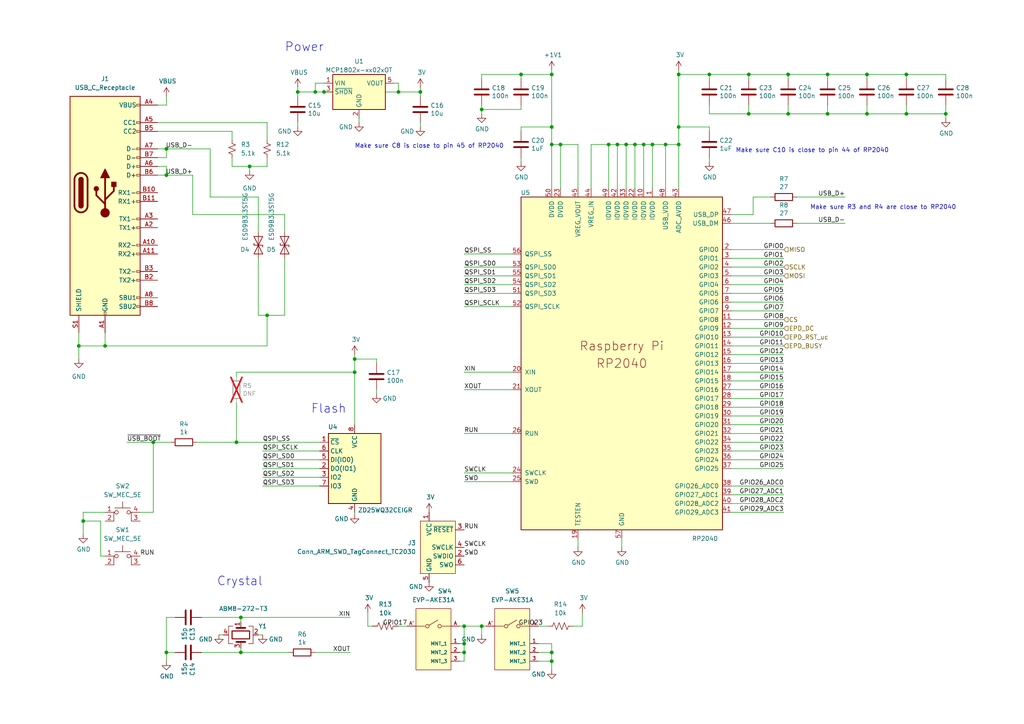
<source format=kicad_sch>
(kicad_sch (version 20231120) (generator "eeschema") (generator_version "8.0")
  (paper "A4")
  (lib_symbols
    (symbol "Brammmm:EVP-AKE31A" (pin_names (offset 1.016))
      (property "Reference" "SW" (at 0 7.62 0))
      (property "Value" "EVP-AKE31A" (at 0 10.16 0))
      (symbol "EVP-AKE31A_1_1"
        (pin passive line (at 17.78 -5.08 180) (length 2.54) (name "MNT_1") (number "1"))
        (pin passive line (at 17.78 -7.62 180) (length 2.54) (name "MNT_2") (number "2"))
        (pin passive line (at 17.78 -10.16 180) (length 2.54) (name "MNT_3") (number "3"))
        (pin passive line (at 17.78 0 180) (length 2.54) (name "A") (number "A"))
        (pin passive line (at 2.54 0 0) (length 2.54) (name "A'") (number "A'"))
      )
    )
    (symbol "Connector:Conn_ARM_SWD_TagConnect_TC2030" (in_bom no)
      (property "Reference" "J" (at 2.54 11.43 0))
      (property "Value" "Conn_ARM_SWD_TagConnect_TC2030" (at 5.08 8.89 0))
      (symbol "Conn_ARM_SWD_TagConnect_TC2030_0_0"
        (pin power_in line (at -2.54 10.16 270) (length 2.54) (name "VCC") (number "1"))
        (pin bidirectional line (at 7.62 -2.54 180) (length 2.54) (name "SWDIO") (number "2"))
        (pin open_collector line (at 7.62 5.08 180) (length 2.54) (name "~{RESET}") (number "3"))
        (pin output line (at 7.62 0 180) (length 2.54) (name "SWCLK") (number "4"))
        (pin power_in line (at -2.54 -10.16 90) (length 2.54) (name "GND") (number "5"))
        (pin input line (at 7.62 -5.08 180) (length 2.54) (name "SWO") (number "6"))
      )
    )
    (symbol "Connector:USB_C_Receptacle" (pin_names (offset 1.016))
      (property "Reference" "J" (at -10.16 29.21 0))
      (property "Value" "USB_C_Receptacle" (at 10.16 29.21 0))
      (symbol "USB_C_Receptacle_1_1"
        (pin passive line (at 0 -40.64 90) (length 5.08) (name "GND") (number "A1"))
        (pin bidirectional line (at 15.24 -15.24 180) (length 5.08) (name "RX2-") (number "A10"))
        (pin bidirectional line (at 15.24 -17.78 180) (length 5.08) (name "RX2+") (number "A11"))
        (pin passive line (at 0 -40.64 90) (length 5.08) hide (name "GND") (number "A12"))
        (pin bidirectional line (at 15.24 -10.16 180) (length 5.08) (name "TX1+") (number "A2"))
        (pin bidirectional line (at 15.24 -7.62 180) (length 5.08) (name "TX1-") (number "A3"))
        (pin passive line (at 15.24 25.4 180) (length 5.08) (name "VBUS") (number "A4"))
        (pin bidirectional line (at 15.24 20.32 180) (length 5.08) (name "CC1") (number "A5"))
        (pin bidirectional line (at 15.24 7.62 180) (length 5.08) (name "D+") (number "A6"))
        (pin bidirectional line (at 15.24 12.7 180) (length 5.08) (name "D-") (number "A7"))
        (pin bidirectional line (at 15.24 -30.48 180) (length 5.08) (name "SBU1") (number "A8"))
        (pin passive line (at 15.24 25.4 180) (length 5.08) hide (name "VBUS") (number "A9"))
        (pin passive line (at 0 -40.64 90) (length 5.08) hide (name "GND") (number "B1"))
        (pin bidirectional line (at 15.24 0 180) (length 5.08) (name "RX1-") (number "B10"))
        (pin bidirectional line (at 15.24 -2.54 180) (length 5.08) (name "RX1+") (number "B11"))
        (pin passive line (at 0 -40.64 90) (length 5.08) hide (name "GND") (number "B12"))
        (pin bidirectional line (at 15.24 -25.4 180) (length 5.08) (name "TX2+") (number "B2"))
        (pin bidirectional line (at 15.24 -22.86 180) (length 5.08) (name "TX2-") (number "B3"))
        (pin passive line (at 15.24 25.4 180) (length 5.08) hide (name "VBUS") (number "B4"))
        (pin bidirectional line (at 15.24 17.78 180) (length 5.08) (name "CC2") (number "B5"))
        (pin bidirectional line (at 15.24 5.08 180) (length 5.08) (name "D+") (number "B6"))
        (pin bidirectional line (at 15.24 10.16 180) (length 5.08) (name "D-") (number "B7"))
        (pin bidirectional line (at 15.24 -33.02 180) (length 5.08) (name "SBU2") (number "B8"))
        (pin passive line (at 15.24 25.4 180) (length 5.08) hide (name "VBUS") (number "B9"))
        (pin passive line (at -7.62 -40.64 90) (length 5.08) (name "SHIELD") (number "S1"))
      )
    )
    (symbol "Device:C" (pin_numbers hide) (pin_names (offset 0.254))
      (property "Reference" "C" (at 0.635 2.54 0))
      (property "Value" "C" (at 0.635 -2.54 0))
      (symbol "C_1_1"
        (pin passive line (at 0 3.81 270) (length 2.794) (name "~") (number "1"))
        (pin passive line (at 0 -3.81 90) (length 2.794) (name "~") (number "2"))
      )
    )
    (symbol "Device:Crystal_GND24" (pin_names (offset 1.016) hide)
      (property "Reference" "Y" (at 3.175 5.08 0))
      (property "Value" "Crystal_GND24" (at 3.175 3.175 0))
      (symbol "Crystal_GND24_1_1"
        (pin passive line (at -3.81 0 0) (length 1.27) (name "1") (number "1"))
        (pin passive line (at 0 5.08 270) (length 1.27) (name "2") (number "2"))
        (pin passive line (at 3.81 0 180) (length 1.27) (name "3") (number "3"))
        (pin passive line (at 0 -5.08 90) (length 1.27) (name "4") (number "4"))
      )
    )
    (symbol "Device:R" (pin_numbers hide) (pin_names (offset 0))
      (property "Reference" "R" (at 2.032 0 90))
      (property "Value" "R" (at 0 0 90))
      (symbol "R_1_1"
        (pin passive line (at 0 3.81 270) (length 1.27) (name "~") (number "1"))
        (pin passive line (at 0 -3.81 90) (length 1.27) (name "~") (number "2"))
      )
    )
    (symbol "Device:R_Small_US" (pin_numbers hide) (pin_names (offset 0.254) hide)
      (property "Reference" "R" (at 0.762 0.508 0))
      (property "Value" "R_Small_US" (at 0.762 -1.016 0))
      (symbol "R_Small_US_1_1"
        (pin passive line (at 0 2.54 270) (length 1.016) (name "~") (number "1"))
        (pin passive line (at 0 -2.54 90) (length 1.016) (name "~") (number "2"))
      )
    )
    (symbol "Device:R_US" (pin_numbers hide) (pin_names (offset 0))
      (property "Reference" "R" (at 2.54 0 90))
      (property "Value" "R_US" (at -2.54 0 90))
      (symbol "R_US_1_1"
        (pin passive line (at 0 3.81 270) (length 1.27) (name "~") (number "1"))
        (pin passive line (at 0 -3.81 90) (length 1.27) (name "~") (number "2"))
      )
    )
    (symbol "Diode:ESD9B3.3ST5G" (pin_numbers hide) (pin_names (offset 1.016) hide)
      (property "Reference" "D" (at 0 2.54 0))
      (property "Value" "ESD9B3.3ST5G" (at 0 -2.54 0))
      (symbol "ESD9B3.3ST5G_1_1"
        (pin passive line (at -3.81 0 0) (length 2.54) (name "A1") (number "1"))
        (pin passive line (at 3.81 0 180) (length 2.54) (name "A2") (number "2"))
      )
    )
    (symbol "MCU_RaspberryPi_RP2040:RP2040" (pin_names (offset 1.016))
      (property "Reference" "U" (at -29.21 49.53 0))
      (property "Value" "RP2040" (at 24.13 -49.53 0))
      (symbol "RP2040_0_0"
        (text "Raspberry Pi" (at 0 5.08 0) (effects (font (size 2.54 2.54))))
        (text "RP2040" (at 0 0 0) (effects (font (size 2.54 2.54))))
      )
      (symbol "RP2040_1_1"
        (pin power_in line (at 8.89 50.8 270) (length 2.54) (name "IOVDD") (number "1"))
        (pin power_in line (at 6.35 50.8 270) (length 2.54) (name "IOVDD") (number "10"))
        (pin bidirectional line (at 31.75 12.7 180) (length 2.54) (name "GPIO8") (number "11"))
        (pin bidirectional line (at 31.75 10.16 180) (length 2.54) (name "GPIO9") (number "12"))
        (pin bidirectional line (at 31.75 7.62 180) (length 2.54) (name "GPIO10") (number "13"))
        (pin bidirectional line (at 31.75 5.08 180) (length 2.54) (name "GPIO11") (number "14"))
        (pin bidirectional line (at 31.75 2.54 180) (length 2.54) (name "GPIO12") (number "15"))
        (pin bidirectional line (at 31.75 0 180) (length 2.54) (name "GPIO13") (number "16"))
        (pin bidirectional line (at 31.75 -2.54 180) (length 2.54) (name "GPIO14") (number "17"))
        (pin bidirectional line (at 31.75 -5.08 180) (length 2.54) (name "GPIO15") (number "18"))
        (pin passive line (at -12.7 -50.8 90) (length 2.54) (name "TESTEN") (number "19"))
        (pin bidirectional line (at 31.75 33.02 180) (length 2.54) (name "GPIO0") (number "2"))
        (pin input line (at -31.75 -2.54 0) (length 2.54) (name "XIN") (number "20"))
        (pin passive line (at -31.75 -7.62 0) (length 2.54) (name "XOUT") (number "21"))
        (pin power_in line (at 3.81 50.8 270) (length 2.54) (name "IOVDD") (number "22"))
        (pin power_in line (at -17.78 50.8 270) (length 2.54) (name "DVDD") (number "23"))
        (pin output line (at -31.75 -31.75 0) (length 2.54) (name "SWCLK") (number "24"))
        (pin bidirectional line (at -31.75 -34.29 0) (length 2.54) (name "SWD") (number "25"))
        (pin input line (at -31.75 -20.32 0) (length 2.54) (name "RUN") (number "26"))
        (pin bidirectional line (at 31.75 -7.62 180) (length 2.54) (name "GPIO16") (number "27"))
        (pin bidirectional line (at 31.75 -10.16 180) (length 2.54) (name "GPIO17") (number "28"))
        (pin bidirectional line (at 31.75 -12.7 180) (length 2.54) (name "GPIO18") (number "29"))
        (pin bidirectional line (at 31.75 30.48 180) (length 2.54) (name "GPIO1") (number "3"))
        (pin bidirectional line (at 31.75 -15.24 180) (length 2.54) (name "GPIO19") (number "30"))
        (pin bidirectional line (at 31.75 -17.78 180) (length 2.54) (name "GPIO20") (number "31"))
        (pin bidirectional line (at 31.75 -20.32 180) (length 2.54) (name "GPIO21") (number "32"))
        (pin power_in line (at 1.27 50.8 270) (length 2.54) (name "IOVDD") (number "33"))
        (pin bidirectional line (at 31.75 -22.86 180) (length 2.54) (name "GPIO22") (number "34"))
        (pin bidirectional line (at 31.75 -25.4 180) (length 2.54) (name "GPIO23") (number "35"))
        (pin bidirectional line (at 31.75 -27.94 180) (length 2.54) (name "GPIO24") (number "36"))
        (pin bidirectional line (at 31.75 -30.48 180) (length 2.54) (name "GPIO25") (number "37"))
        (pin bidirectional line (at 31.75 -35.56 180) (length 2.54) (name "GPIO26_ADC0") (number "38"))
        (pin bidirectional line (at 31.75 -38.1 180) (length 2.54) (name "GPIO27_ADC1") (number "39"))
        (pin bidirectional line (at 31.75 27.94 180) (length 2.54) (name "GPIO2") (number "4"))
        (pin bidirectional line (at 31.75 -40.64 180) (length 2.54) (name "GPIO28_ADC2") (number "40"))
        (pin bidirectional line (at 31.75 -43.18 180) (length 2.54) (name "GPIO29_ADC3") (number "41"))
        (pin power_in line (at -1.27 50.8 270) (length 2.54) (name "IOVDD") (number "42"))
        (pin power_in line (at 16.51 50.8 270) (length 2.54) (name "ADC_AVDD") (number "43"))
        (pin power_in line (at -8.89 50.8 270) (length 2.54) (name "VREG_IN") (number "44"))
        (pin power_out line (at -12.7 50.8 270) (length 2.54) (name "VREG_VOUT") (number "45"))
        (pin bidirectional line (at 31.75 40.64 180) (length 2.54) (name "USB_DM") (number "46"))
        (pin bidirectional line (at 31.75 43.18 180) (length 2.54) (name "USB_DP") (number "47"))
        (pin power_in line (at 12.7 50.8 270) (length 2.54) (name "USB_VDD") (number "48"))
        (pin power_in line (at -3.81 50.8 270) (length 2.54) (name "IOVDD") (number "49"))
        (pin bidirectional line (at 31.75 25.4 180) (length 2.54) (name "GPIO3") (number "5"))
        (pin power_in line (at -20.32 50.8 270) (length 2.54) (name "DVDD") (number "50"))
        (pin bidirectional line (at -31.75 20.32 0) (length 2.54) (name "QSPI_SD3") (number "51"))
        (pin output line (at -31.75 16.51 0) (length 2.54) (name "QSPI_SCLK") (number "52"))
        (pin bidirectional line (at -31.75 27.94 0) (length 2.54) (name "QSPI_SD0") (number "53"))
        (pin bidirectional line (at -31.75 22.86 0) (length 2.54) (name "QSPI_SD2") (number "54"))
        (pin bidirectional line (at -31.75 25.4 0) (length 2.54) (name "QSPI_SD1") (number "55"))
        (pin bidirectional line (at -31.75 31.75 0) (length 2.54) (name "QSPI_SS") (number "56"))
        (pin power_in line (at 0 -50.8 90) (length 2.54) (name "GND") (number "57"))
        (pin bidirectional line (at 31.75 22.86 180) (length 2.54) (name "GPIO4") (number "6"))
        (pin bidirectional line (at 31.75 20.32 180) (length 2.54) (name "GPIO5") (number "7"))
        (pin bidirectional line (at 31.75 17.78 180) (length 2.54) (name "GPIO6") (number "8"))
        (pin bidirectional line (at 31.75 15.24 180) (length 2.54) (name "GPIO7") (number "9"))
      )
    )
    (symbol "Memory_Flash:W25Q128JVS"
      (property "Reference" "U" (at -8.89 8.89 0))
      (property "Value" "W25Q128JVS" (at 7.62 8.89 0))
      (symbol "W25Q128JVS_1_1"
        (pin input line (at -10.16 7.62 0) (length 2.54) (name "~{CS}") (number "1"))
        (pin bidirectional line (at -10.16 0 0) (length 2.54) (name "DO(IO1)") (number "2"))
        (pin bidirectional line (at -10.16 -2.54 0) (length 2.54) (name "IO2") (number "3"))
        (pin power_in line (at 0 -12.7 90) (length 2.54) (name "GND") (number "4"))
        (pin bidirectional line (at -10.16 2.54 0) (length 2.54) (name "DI(IO0)") (number "5"))
        (pin input line (at -10.16 5.08 0) (length 2.54) (name "CLK") (number "6"))
        (pin bidirectional line (at -10.16 -5.08 0) (length 2.54) (name "IO3") (number "7"))
        (pin power_in line (at 0 12.7 270) (length 2.54) (name "VCC") (number "8"))
      )
    )
    (symbol "Regulator_Linear:MCP1802x-xx02xOT"
      (property "Reference" "U" (at -6.35 6.35 0))
      (property "Value" "MCP1802x-xx02xOT" (at 0 6.35 0))
      (symbol "MCP1802x-xx02xOT_1_1"
        (pin power_in line (at -10.16 2.54 0) (length 2.54) (name "VIN") (number "1"))
        (pin power_in line (at 0 -7.62 90) (length 2.54) (name "GND") (number "2"))
        (pin input line (at -10.16 0 0) (length 2.54) (name "~{SHDN}") (number "3"))
        (pin no_connect line (at 7.62 0 180) (length 2.54) hide (name "NC") (number "4"))
        (pin power_out line (at 10.16 2.54 180) (length 2.54) (name "VOUT") (number "5"))
      )
    )
    (symbol "Switch:SW_MEC_5E" (pin_names (offset 1.016) hide)
      (property "Reference" "SW" (at 0.635 5.715 0))
      (property "Value" "SW_MEC_5E" (at 0 -3.175 0))
      (symbol "SW_MEC_5E_0_1"
        (pin passive line (at -5.08 2.54 0) (length 2.54) (name "1") (number "1"))
        (pin passive line (at -5.08 0 0) (length 2.54) (name "2") (number "2"))
        (pin passive line (at 5.08 0 180) (length 2.54) (name "K") (number "3"))
        (pin passive line (at 5.08 2.54 180) (length 2.54) (name "A") (number "4"))
      )
    )
    (symbol "power:+1V1" (power) (pin_names (offset 0))
      (property "Value" "+1V1" (at 0 3.556 0))
      (symbol "+1V1_1_1"
        (pin power_in line (at 0 0 90) (length 0) hide (name "+1V1") (number "1"))
      )
    )
    (symbol "power:+3V3" (power) (pin_names (offset 0))
      (property "Value" "+3V3" (at 0 3.556 0))
      (symbol "+3V3_1_1"
        (pin power_in line (at 0 0 90) (length 0) hide (name "+3V3") (number "1"))
      )
    )
    (symbol "power:GND" (power) (pin_names (offset 0))
      (property "Value" "GND" (at 0 -3.81 0))
      (symbol "GND_1_1"
        (pin power_in line (at 0 0 270) (length 0) hide (name "GND") (number "1"))
      )
    )
    (symbol "power:VBUS" (power) (pin_names (offset 0))
      (property "Value" "VBUS" (at 0 3.81 0))
      (symbol "VBUS_1_1"
        (pin power_in line (at 0 0 90) (length 0) hide (name "VBUS") (number "1"))
      )
    )
  )
  (junction (at 184.15 41.91))
  (junction (at 193.04 41.91))
  (junction (at 72.39 48.26))
  (junction (at 22.86 100.33))
  (junction (at 181.61 41.91))
  (junction (at 179.07 41.91))
  (junction (at 189.23 41.91))
  (junction (at 48.26 189.23))
  (junction (at 160.02 36.83))
  (junction (at 121.92 26.67))
  (junction (at 102.87 104.14))
  (junction (at 134.62 189.23))
  (junction (at 91.44 26.67))
  (junction (at 134.62 186.69))
  (junction (at 162.56 41.91))
  (junction (at 160.02 21.59))
  (junction (at 134.62 181.61))
  (junction (at 44.45 128.27))
  (junction (at 196.85 36.83))
  (junction (at 160.02 189.23))
  (junction (at 196.85 41.91))
  (junction (at 205.74 21.59))
  (junction (at 115.57 26.67))
  (junction (at 69.85 189.23))
  (junction (at 102.87 107.95))
  (junction (at 228.6 21.59))
  (junction (at 274.32 33.02))
  (junction (at 176.53 41.91))
  (junction (at 77.47 91.44))
  (junction (at 24.13 151.13))
  (junction (at 160.02 191.77))
  (junction (at 217.17 33.02))
  (junction (at 30.48 100.33))
  (junction (at 139.7 31.75))
  (junction (at 68.58 128.27))
  (junction (at 48.26 50.8))
  (junction (at 93.98 26.67))
  (junction (at 228.6 33.02))
  (junction (at 262.89 21.59))
  (junction (at 160.02 41.91))
  (junction (at 240.03 21.59))
  (junction (at 262.89 33.02))
  (junction (at 139.7 181.61))
  (junction (at 69.85 179.07))
  (junction (at 186.69 41.91))
  (junction (at 196.85 21.59))
  (junction (at 86.36 26.67))
  (junction (at 240.03 33.02))
  (junction (at 151.13 21.59))
  (junction (at 251.46 33.02))
  (junction (at 251.46 21.59))
  (junction (at 217.17 21.59))
  (junction (at 48.26 43.18))
  (wire (pts (xy 274.32 30.48) (xy 274.32 33.02)))
  (wire (pts (xy 212.09 105.41) (xy 227.33 105.41)))
  (wire (pts (xy 49.53 128.27) (xy 44.45 128.27)))
  (wire (pts (xy 134.62 181.61) (xy 139.7 181.61)))
  (wire (pts (xy 205.74 38.1) (xy 205.74 36.83)))
  (wire (pts (xy 111.76 26.67) (xy 115.57 26.67)))
  (wire (pts (xy 44.45 128.27) (xy 36.83 128.27)))
  (wire (pts (xy 151.13 22.86) (xy 151.13 21.59)))
  (wire (pts (xy 148.59 73.66) (xy 134.62 73.66)))
  (wire (pts (xy 186.69 41.91) (xy 189.23 41.91)))
  (wire (pts (xy 212.09 123.19) (xy 227.33 123.19)))
  (wire (pts (xy 160.02 186.69) (xy 156.21 186.69)))
  (wire (pts (xy 134.62 80.01) (xy 148.59 80.01)))
  (wire (pts (xy 212.09 133.35) (xy 227.33 133.35)))
  (wire (pts (xy 139.7 30.48) (xy 139.7 31.75)))
  (wire (pts (xy 228.6 22.86) (xy 228.6 21.59)))
  (wire (pts (xy 134.62 191.77) (xy 133.35 191.77)))
  (wire (pts (xy 205.74 21.59) (xy 217.17 21.59)))
  (wire (pts (xy 196.85 36.83) (xy 196.85 41.91)))
  (wire (pts (xy 68.58 116.84) (xy 68.58 128.27)))
  (wire (pts (xy 48.26 179.07) (xy 48.26 189.23)))
  (wire (pts (xy 212.09 77.47) (xy 227.33 77.47)))
  (wire (pts (xy 139.7 181.61) (xy 140.97 181.61)))
  (wire (pts (xy 139.7 184.15) (xy 139.7 181.61)))
  (wire (pts (xy 121.92 27.94) (xy 121.92 26.67)))
  (wire (pts (xy 102.87 107.95) (xy 102.87 123.19)))
  (wire (pts (xy 151.13 36.83) (xy 160.02 36.83)))
  (wire (pts (xy 212.09 146.05) (xy 227.33 146.05)))
  (wire (pts (xy 168.91 177.8) (xy 168.91 181.61)))
  (wire (pts (xy 205.74 30.48) (xy 205.74 33.02)))
  (wire (pts (xy 44.45 148.59) (xy 44.45 128.27)))
  (wire (pts (xy 212.09 115.57) (xy 227.33 115.57)))
  (wire (pts (xy 68.58 128.27) (xy 92.71 128.27)))
  (wire (pts (xy 67.31 38.1) (xy 45.72 38.1)))
  (wire (pts (xy 148.59 137.16) (xy 134.62 137.16)))
  (wire (pts (xy 114.3 24.13) (xy 115.57 24.13)))
  (wire (pts (xy 212.09 100.33) (xy 227.33 100.33)))
  (wire (pts (xy 151.13 21.59) (xy 160.02 21.59)))
  (wire (pts (xy 186.69 54.61) (xy 186.69 41.91)))
  (wire (pts (xy 76.2 130.81) (xy 92.71 130.81)))
  (wire (pts (xy 184.15 41.91) (xy 186.69 41.91)))
  (wire (pts (xy 68.58 109.22) (xy 68.58 107.95)))
  (wire (pts (xy 262.89 33.02) (xy 251.46 33.02)))
  (wire (pts (xy 212.09 107.95) (xy 227.33 107.95)))
  (wire (pts (xy 60.96 57.15) (xy 60.96 43.18)))
  (wire (pts (xy 179.07 54.61) (xy 179.07 41.91)))
  (wire (pts (xy 86.36 27.94) (xy 86.36 26.67)))
  (wire (pts (xy 212.09 113.03) (xy 227.33 113.03)))
  (wire (pts (xy 121.92 35.56) (xy 121.92 36.83)))
  (wire (pts (xy 212.09 80.01) (xy 227.33 80.01)))
  (wire (pts (xy 45.72 35.56) (xy 77.47 35.56)))
  (wire (pts (xy 102.87 102.87) (xy 102.87 104.14)))
  (wire (pts (xy 48.26 50.8) (xy 55.88 50.8)))
  (wire (pts (xy 205.74 45.72) (xy 205.74 46.99)))
  (wire (pts (xy 156.21 189.23) (xy 160.02 189.23)))
  (wire (pts (xy 45.72 48.26) (xy 48.26 48.26)))
  (wire (pts (xy 68.58 107.95) (xy 102.87 107.95)))
  (wire (pts (xy 212.09 64.77) (xy 223.52 64.77)))
  (wire (pts (xy 30.48 161.29) (xy 29.21 161.29)))
  (wire (pts (xy 212.09 120.65) (xy 227.33 120.65)))
  (wire (pts (xy 109.22 113.03) (xy 109.22 114.3)))
  (wire (pts (xy 77.47 35.56) (xy 77.47 40.64)))
  (wire (pts (xy 212.09 92.71) (xy 227.33 92.71)))
  (wire (pts (xy 212.09 135.89) (xy 227.33 135.89)))
  (wire (pts (xy 69.85 187.96) (xy 69.85 189.23)))
  (wire (pts (xy 218.44 57.15) (xy 218.44 62.23)))
  (wire (pts (xy 212.09 95.25) (xy 227.33 95.25)))
  (wire (pts (xy 82.55 74.93) (xy 82.55 91.44)))
  (wire (pts (xy 67.31 40.64) (xy 67.31 38.1)))
  (wire (pts (xy 251.46 30.48) (xy 251.46 33.02)))
  (wire (pts (xy 50.8 189.23) (xy 48.26 189.23)))
  (wire (pts (xy 196.85 21.59) (xy 205.74 21.59)))
  (wire (pts (xy 92.71 135.89) (xy 76.2 135.89)))
  (wire (pts (xy 69.85 180.34) (xy 69.85 179.07)))
  (wire (pts (xy 74.93 91.44) (xy 77.47 91.44)))
  (wire (pts (xy 162.56 41.91) (xy 160.02 41.91)))
  (wire (pts (xy 217.17 21.59) (xy 228.6 21.59)))
  (wire (pts (xy 50.8 179.07) (xy 48.26 179.07)))
  (wire (pts (xy 171.45 54.61) (xy 171.45 41.91)))
  (wire (pts (xy 205.74 22.86) (xy 205.74 21.59)))
  (wire (pts (xy 67.31 45.72) (xy 67.31 48.26)))
  (wire (pts (xy 218.44 57.15) (xy 223.52 57.15)))
  (wire (pts (xy 77.47 91.44) (xy 77.47 100.33)))
  (wire (pts (xy 74.93 184.15) (xy 76.2 184.15)))
  (wire (pts (xy 121.92 26.67) (xy 121.92 25.4)))
  (wire (pts (xy 156.21 181.61) (xy 158.75 181.61)))
  (wire (pts (xy 48.26 48.26) (xy 48.26 50.8)))
  (wire (pts (xy 231.14 64.77) (xy 245.11 64.77)))
  (wire (pts (xy 212.09 82.55) (xy 227.33 82.55)))
  (wire (pts (xy 30.48 100.33) (xy 77.47 100.33)))
  (wire (pts (xy 69.85 189.23) (xy 83.82 189.23)))
  (wire (pts (xy 96.52 26.67) (xy 93.98 26.67)))
  (wire (pts (xy 262.89 21.59) (xy 274.32 21.59)))
  (wire (pts (xy 109.22 105.41) (xy 109.22 104.14)))
  (wire (pts (xy 212.09 128.27) (xy 227.33 128.27)))
  (wire (pts (xy 212.09 72.39) (xy 227.33 72.39)))
  (wire (pts (xy 231.14 57.15) (xy 245.11 57.15)))
  (wire (pts (xy 77.47 91.44) (xy 82.55 91.44)))
  (wire (pts (xy 212.09 140.97) (xy 227.33 140.97)))
  (wire (pts (xy 176.53 41.91) (xy 179.07 41.91)))
  (wire (pts (xy 160.02 21.59) (xy 160.02 36.83)))
  (wire (pts (xy 196.85 21.59) (xy 196.85 36.83)))
  (wire (pts (xy 156.21 191.77) (xy 160.02 191.77)))
  (wire (pts (xy 74.93 74.93) (xy 74.93 91.44)))
  (wire (pts (xy 91.44 24.13) (xy 93.98 24.13)))
  (wire (pts (xy 228.6 33.02) (xy 217.17 33.02)))
  (wire (pts (xy 217.17 33.02) (xy 205.74 33.02)))
  (wire (pts (xy 139.7 31.75) (xy 139.7 33.02)))
  (wire (pts (xy 22.86 100.33) (xy 22.86 104.14)))
  (wire (pts (xy 148.59 113.03) (xy 134.62 113.03)))
  (wire (pts (xy 212.09 97.79) (xy 227.33 97.79)))
  (wire (pts (xy 24.13 151.13) (xy 24.13 154.94)))
  (wire (pts (xy 58.42 179.07) (xy 69.85 179.07)))
  (wire (pts (xy 212.09 110.49) (xy 227.33 110.49)))
  (wire (pts (xy 91.44 189.23) (xy 101.6 189.23)))
  (wire (pts (xy 240.03 33.02) (xy 228.6 33.02)))
  (wire (pts (xy 160.02 36.83) (xy 160.02 41.91)))
  (wire (pts (xy 48.26 189.23) (xy 48.26 191.77)))
  (wire (pts (xy 212.09 90.17) (xy 227.33 90.17)))
  (wire (pts (xy 181.61 54.61) (xy 181.61 41.91)))
  (wire (pts (xy 134.62 82.55) (xy 148.59 82.55)))
  (wire (pts (xy 212.09 148.59) (xy 227.33 148.59)))
  (wire (pts (xy 115.57 181.61) (xy 118.11 181.61)))
  (wire (pts (xy 134.62 181.61) (xy 134.62 186.69)))
  (wire (pts (xy 180.34 156.21) (xy 180.34 158.75)))
  (wire (pts (xy 139.7 22.86) (xy 139.7 21.59)))
  (wire (pts (xy 93.98 26.67) (xy 91.44 26.67)))
  (wire (pts (xy 30.48 96.52) (xy 30.48 100.33)))
  (wire (pts (xy 106.68 177.8) (xy 106.68 181.61)))
  (wire (pts (xy 274.32 33.02) (xy 274.32 34.29)))
  (wire (pts (xy 91.44 26.67) (xy 91.44 24.13)))
  (wire (pts (xy 212.09 102.87) (xy 227.33 102.87)))
  (wire (pts (xy 151.13 38.1) (xy 151.13 36.83)))
  (wire (pts (xy 148.59 88.9) (xy 134.62 88.9)))
  (wire (pts (xy 133.35 181.61) (xy 134.62 181.61)))
  (wire (pts (xy 82.55 62.23) (xy 82.55 67.31)))
  (wire (pts (xy 148.59 139.7) (xy 134.62 139.7)))
  (wire (pts (xy 212.09 85.09) (xy 227.33 85.09)))
  (wire (pts (xy 139.7 31.75) (xy 151.13 31.75)))
  (wire (pts (xy 134.62 77.47) (xy 148.59 77.47)))
  (wire (pts (xy 212.09 74.93) (xy 227.33 74.93)))
  (wire (pts (xy 115.57 26.67) (xy 121.92 26.67)))
  (wire (pts (xy 48.26 45.72) (xy 45.72 45.72)))
  (wire (pts (xy 92.71 138.43) (xy 76.2 138.43)))
  (wire (pts (xy 240.03 30.48) (xy 240.03 33.02)))
  (wire (pts (xy 74.93 57.15) (xy 74.93 67.31)))
  (wire (pts (xy 134.62 107.95) (xy 148.59 107.95)))
  (wire (pts (xy 151.13 45.72) (xy 151.13 46.99)))
  (wire (pts (xy 58.42 189.23) (xy 69.85 189.23)))
  (wire (pts (xy 148.59 125.73) (xy 134.62 125.73)))
  (wire (pts (xy 160.02 194.31) (xy 160.02 191.77)))
  (wire (pts (xy 72.39 48.26) (xy 77.47 48.26)))
  (wire (pts (xy 196.85 36.83) (xy 205.74 36.83)))
  (wire (pts (xy 196.85 41.91) (xy 196.85 54.61)))
  (wire (pts (xy 104.14 34.29) (xy 104.14 35.56)))
  (wire (pts (xy 212.09 143.51) (xy 227.33 143.51)))
  (wire (pts (xy 24.13 148.59) (xy 24.13 151.13)))
  (wire (pts (xy 160.02 20.32) (xy 160.02 21.59)))
  (wire (pts (xy 217.17 22.86) (xy 217.17 21.59)))
  (wire (pts (xy 251.46 21.59) (xy 262.89 21.59)))
  (wire (pts (xy 48.26 50.8) (xy 45.72 50.8)))
  (wire (pts (xy 74.93 57.15) (xy 60.96 57.15)))
  (wire (pts (xy 55.88 62.23) (xy 82.55 62.23)))
  (wire (pts (xy 212.09 87.63) (xy 227.33 87.63)))
  (wire (pts (xy 212.09 125.73) (xy 227.33 125.73)))
  (wire (pts (xy 86.36 25.4) (xy 86.36 26.67)))
  (wire (pts (xy 67.31 48.26) (xy 72.39 48.26)))
  (wire (pts (xy 55.88 50.8) (xy 55.88 62.23)))
  (wire (pts (xy 69.85 179.07) (xy 101.6 179.07)))
  (wire (pts (xy 48.26 30.48) (xy 45.72 30.48)))
  (wire (pts (xy 274.32 22.86) (xy 274.32 21.59)))
  (wire (pts (xy 48.26 43.18) (xy 48.26 45.72)))
  (wire (pts (xy 228.6 21.59) (xy 240.03 21.59)))
  (wire (pts (xy 181.61 41.91) (xy 184.15 41.91)))
  (wire (pts (xy 193.04 41.91) (xy 196.85 41.91)))
  (wire (pts (xy 251.46 22.86) (xy 251.46 21.59)))
  (wire (pts (xy 189.23 41.91) (xy 193.04 41.91)))
  (wire (pts (xy 57.15 128.27) (xy 68.58 128.27)))
  (wire (pts (xy 22.86 100.33) (xy 30.48 100.33)))
  (wire (pts (xy 212.09 130.81) (xy 227.33 130.81)))
  (wire (pts (xy 171.45 41.91) (xy 176.53 41.91)))
  (wire (pts (xy 102.87 149.225) (xy 102.87 148.59)))
  (wire (pts (xy 240.03 22.86) (xy 240.03 21.59)))
  (wire (pts (xy 48.26 27.94) (xy 48.26 30.48)))
  (wire (pts (xy 91.44 26.67) (xy 86.36 26.67)))
  (wire (pts (xy 160.02 189.23) (xy 160.02 186.69)))
  (wire (pts (xy 262.89 22.86) (xy 262.89 21.59)))
  (wire (pts (xy 134.62 189.23) (xy 133.35 189.23)))
  (wire (pts (xy 115.57 24.13) (xy 115.57 26.67)))
  (wire (pts (xy 92.71 133.35) (xy 76.2 133.35)))
  (wire (pts (xy 151.13 31.75) (xy 151.13 30.48)))
  (wire (pts (xy 45.72 43.18) (xy 48.26 43.18)))
  (wire (pts (xy 60.96 43.18) (xy 48.26 43.18)))
  (wire (pts (xy 134.62 186.69) (xy 133.35 186.69)))
  (wire (pts (xy 179.07 41.91) (xy 181.61 41.91)))
  (wire (pts (xy 212.09 118.11) (xy 227.33 118.11)))
  (wire (pts (xy 228.6 30.48) (xy 228.6 33.02)))
  (wire (pts (xy 77.47 45.72) (xy 77.47 48.26)))
  (wire (pts (xy 134.62 189.23) (xy 134.62 191.77)))
  (wire (pts (xy 139.7 21.59) (xy 151.13 21.59)))
  (wire (pts (xy 102.87 104.14) (xy 102.87 107.95)))
  (wire (pts (xy 160.02 41.91) (xy 160.02 54.61)))
  (wire (pts (xy 72.39 48.26) (xy 72.39 49.53)))
  (wire (pts (xy 134.62 85.09) (xy 148.59 85.09)))
  (wire (pts (xy 29.21 151.13) (xy 24.13 151.13)))
  (wire (pts (xy 167.64 54.61) (xy 167.64 41.91)))
  (wire (pts (xy 63.5 184.15) (xy 64.77 184.15)))
  (wire (pts (xy 22.86 96.52) (xy 22.86 100.33)))
  (wire (pts (xy 240.03 21.59) (xy 251.46 21.59)))
  (wire (pts (xy 92.71 140.97) (xy 76.2 140.97)))
  (wire (pts (xy 162.56 54.61) (xy 162.56 41.91)))
  (wire (pts (xy 217.17 30.48) (xy 217.17 33.02)))
  (wire (pts (xy 134.62 186.69) (xy 134.62 189.23)))
  (wire (pts (xy 176.53 54.61) (xy 176.53 41.91)))
  (wire (pts (xy 167.64 156.21) (xy 167.64 158.75)))
  (wire (pts (xy 40.64 148.59) (xy 44.45 148.59)))
  (wire (pts (xy 86.36 35.56) (xy 86.36 36.83)))
  (wire (pts (xy 262.89 33.02) (xy 274.32 33.02)))
  (wire (pts (xy 24.13 148.59) (xy 30.48 148.59)))
  (wire (pts (xy 212.09 62.23) (xy 218.44 62.23)))
  (wire (pts (xy 251.46 33.02) (xy 240.03 33.02)))
  (wire (pts (xy 166.37 181.61) (xy 168.91 181.61)))
  (wire (pts (xy 109.22 104.14) (xy 102.87 104.14)))
  (wire (pts (xy 196.85 20.32) (xy 196.85 21.59)))
  (wire (pts (xy 29.21 161.29) (xy 29.21 151.13)))
  (wire (pts (xy 160.02 191.77) (xy 160.02 189.23)))
  (wire (pts (xy 262.89 30.48) (xy 262.89 33.02)))
  (wire (pts (xy 193.04 54.61) (xy 193.04 41.91)))
  (wire (pts (xy 184.15 54.61) (xy 184.15 41.91)))
  (wire (pts (xy 189.23 41.91) (xy 189.23 54.61)))
  (wire (pts (xy 106.68 181.61) (xy 107.95 181.61)))
  (wire (pts (xy 167.64 41.91) (xy 162.56 41.91)))
  (text "Make sure R3 and R4 are close to RP2040" (at 234.95 60.96 0) (effects (font (size 1.27 1.27)) (justify left bottom)))
  (text "Power" (at 82.55 15.24 0) (effects (font (size 2.54 2.54)) (justify left bottom)))
  (text "Crystal" (at 62.865 170.18 0) (effects (font (size 2.54 2.54)) (justify left bottom)))
  (text "Make sure C10 is close to pin 44 of RP2040" (at 213.36 44.45 0) (effects (font (size 1.27 1.27)) (justify left bottom)))
  (text "Flash" (at 90.17 120.142 0) (effects (font (size 2.54 2.54)) (justify left bottom)))
  (text "Make sure C8 is close to pin 45 of RP2040" (at 102.87 43.18 0) (effects (font (size 1.27 1.27)) (justify left bottom)))
  (label "USB_D+" (at 245.11 57.15 180))
  (label "GPIO2" (at 227.33 77.47 180))
  (label "SWD" (at 134.62 161.29 0))
  (label "GPIO13" (at 227.33 105.41 180))
  (label "GPIO20" (at 227.33 123.19 180))
  (label "QSPI_SD3" (at 76.2 140.97 0))
  (label "GPIO5" (at 227.33 85.09 180))
  (label "GPIO0" (at 227.33 72.39 180))
  (label "GPIO23" (at 157.48 181.61 180))
  (label "GPIO17" (at 118.11 181.61 180))
  (label "USB_D-" (at 245.11 64.77 180))
  (label "QSPI_SS" (at 76.2 128.27 0))
  (label "SWD" (at 134.62 139.7 0))
  (label "QSPI_SD3" (at 134.62 85.09 0))
  (label "~{USB_BOOT}" (at 36.83 128.27 0))
  (label "GPIO6" (at 227.33 87.63 180))
  (label "SWCLK" (at 134.62 158.75 0))
  (label "GPIO1" (at 227.33 74.93 180))
  (label "GPIO23" (at 227.33 130.81 180))
  (label "GPIO4" (at 227.33 82.55 180))
  (label "SWCLK" (at 134.62 137.16 0))
  (label "XIN" (at 101.6 179.07 180))
  (label "GPIO21" (at 227.33 125.73 180))
  (label "XIN" (at 134.62 107.95 0))
  (label "RUN" (at 134.62 125.73 0))
  (label "GPIO26_ADC0" (at 227.33 140.97 180))
  (label "GPIO24" (at 227.33 133.35 180))
  (label "GPIO7" (at 227.33 90.17 180))
  (label "QSPI_SD2" (at 134.62 82.55 0))
  (label "QSPI_SD2" (at 76.2 138.43 0))
  (label "XOUT" (at 101.6 189.23 180))
  (label "XOUT" (at 134.62 113.03 0))
  (label "GPIO18" (at 227.33 118.11 180))
  (label "GPIO29_ADC3" (at 227.33 148.59 180))
  (label "USB_D-" (at 55.88 43.18 180))
  (label "GPIO14" (at 227.33 107.95 180))
  (label "RUN" (at 134.62 153.67 0))
  (label "GPIO8" (at 227.33 92.71 180))
  (label "GPIO17" (at 227.33 115.57 180))
  (label "GPIO25" (at 227.33 135.89 180))
  (label "GPIO16" (at 227.33 113.03 180))
  (label "QSPI_SD1" (at 134.62 80.01 0))
  (label "GPIO3" (at 227.33 80.01 180))
  (label "GPIO27_ADC1" (at 227.33 143.51 180))
  (label "GPIO15" (at 227.33 110.49 180))
  (label "GPIO28_ADC2" (at 227.33 146.05 180))
  (label "GPIO10" (at 227.33 97.79 180))
  (label "USB_D+" (at 55.88 50.8 180))
  (label "QSPI_SD1" (at 76.2 135.89 0))
  (label "QSPI_SD0" (at 134.62 77.47 0))
  (label "GPIO19" (at 227.33 120.65 180))
  (label "QSPI_SCLK" (at 76.2 130.81 0))
  (label "GPIO11" (at 227.33 100.33 180))
  (label "QSPI_SD0" (at 76.2 133.35 0))
  (label "GPIO22" (at 227.33 128.27 180))
  (label "GPIO9" (at 227.33 95.25 180))
  (label "QSPI_SS" (at 134.62 73.66 0))
  (label "QSPI_SCLK" (at 134.62 88.9 0))
  (label "RUN" (at 40.64 161.29 0))
  (label "GPIO12" (at 227.33 102.87 180))
  (hierarchical_label "MISO" (shape input) (at 227.33 72.39 0))
  (hierarchical_label "EPD_DC" (shape input) (at 227.33 95.25 0))
  (hierarchical_label "CS" (shape input) (at 227.33 92.71 0))
  (hierarchical_label "EPD_RST_uc" (shape input) (at 227.33 97.79 0))
  (hierarchical_label "SCLK" (shape input) (at 227.33 77.47 0))
  (hierarchical_label "EPD_BUSY" (shape input) (at 227.33 100.33 0))
  (hierarchical_label "MOSI" (shape input) (at 227.33 80.01 0))
  (symbol (lib_id "power:GND") (at 102.87 149.225 0) (unit 1)
    (property "Reference" "#PWR019" (effects (hide yes)))
    (property "Value" "GND" (at 99.06 150.495 0))
  )
  (symbol (lib_id "Device:R_Small_US") (at 77.47 43.18 0) (unit 1)
    (property "Reference" "R12" (at 80.01 41.91 0) (effects (justify left)))
    (property "Value" "5.1k" (at 80.01 44.45 0) (effects (justify left)))
    (property "Footprint" "Resistor_SMD:R_0402_1005Metric" (effects (hide yes)))
    (property "MPN" "C25905" (effects (hide yes)))
  )
  (symbol (lib_id "power:GND") (at 160.02 194.31 0) (unit 1)
    (property "Reference" "#PWR036" (effects (hide yes)))
    (property "Value" "GND" (at 156.21 195.58 0))
  )
  (symbol (lib_id "Device:R_Small_US") (at 67.31 43.18 0) (unit 1)
    (property "Reference" "R3" (at 69.85 41.91 0) (effects (justify left)))
    (property "Value" "5.1k" (at 69.85 44.45 0) (effects (justify left)))
    (property "Footprint" "Resistor_SMD:R_0402_1005Metric" (effects (hide yes)))
    (property "MPN" "C25905" (effects (hide yes)))
  )
  (symbol (lib_id "Device:C") (at 86.36 31.75 0) (unit 1)
    (property "Reference" "C15" (at 89.281 30.5816 0) (effects (justify left)))
    (property "Value" "10u" (at 89.281 32.893 0) (effects (justify left)))
    (property "Footprint" "Capacitor_SMD:C_0402_1005Metric" (effects (hide yes)))
    (property "MPN" "C15525" (effects (hide yes)))
  )
  (symbol (lib_id "Device:R_US") (at 111.76 181.61 90) (unit 1)
    (property "Reference" "R13" (at 111.76 175.26 90))
    (property "Value" "10k" (at 111.76 177.8 90))
    (property "Footprint" "Resistor_SMD:R_0402_1005Metric" (effects (hide yes)))
    (property "Description" "Resistor, US symbol" (effects (hide yes)))
    (property "MPN" "C25744" (effects (hide yes)))
  )
  (symbol (lib_id "Device:C") (at 262.89 26.67 0) (unit 1)
    (property "Reference" "C27" (at 265.811 25.5016 0) (effects (justify left)))
    (property "Value" "100n" (at 265.811 27.813 0) (effects (justify left)))
    (property "Footprint" "Capacitor_SMD:C_0402_1005Metric" (effects (hide yes)))
    (property "MPN" "C307331" (effects (hide yes)))
  )
  (symbol (lib_id "Device:C") (at 121.92 31.75 0) (unit 1)
    (property "Reference" "C16" (at 124.841 30.5816 0) (effects (justify left)))
    (property "Value" "10u" (at 124.841 32.893 0) (effects (justify left)))
    (property "Footprint" "Capacitor_SMD:C_0402_1005Metric" (effects (hide yes)))
    (property "MPN" "C15525" (effects (hide yes)))
  )
  (symbol (lib_id "power:GND") (at 22.86 104.14 0) (unit 1)
    (property "Reference" "#PWR06" (effects (hide yes)))
    (property "Value" "GND" (at 22.86 109.22 0))
  )
  (symbol (lib_id "power:GND") (at 167.64 158.75 0) (unit 1)
    (property "Reference" "#PWR024" (effects (hide yes)))
    (property "Value" "GND" (at 167.767 163.1442 0))
  )
  (symbol (lib_id "power:GND") (at 63.5 184.15 0) (unit 1)
    (property "Reference" "#PWR013" (effects (hide yes)))
    (property "Value" "GND" (at 59.69 185.42 0))
  )
  (symbol (lib_id "Regulator_Linear:MCP1802x-xx02xOT") (at 104.14 26.67 0) (unit 1)
    (property "Reference" "U1" (at 104.14 17.78 0))
    (property "Value" "MCP1802x-xx02xOT" (at 104.14 20.32 0))
    (property "Footprint" "Package_TO_SOT_SMD:SOT-23-5" (effects (hide yes)))
    (property "Datasheet" "http://ww1.microchip.com/downloads/en/DeviceDoc/22053C.pdf" (effects (hide yes)))
    (property "Description" "150mA, Tiny CMOS LDO With Shutdown, Fixed Voltage, SOT-23-5" (effects (hide yes)))
    (property "MPN" " C7419952" (effects (hide yes)))
  )
  (symbol (lib_id "power:GND") (at 151.13 46.99 0) (unit 1)
    (property "Reference" "#PWR022" (effects (hide yes)))
    (property "Value" "GND" (at 151.257 51.3842 0))
  )
  (symbol (lib_id "Switch:SW_MEC_5E") (at 35.56 163.83 0) (unit 1)
    (property "Reference" "SW1" (at 35.56 153.67 0))
    (property "Value" "SW_MEC_5E" (at 35.56 156.21 0))
    (property "Footprint" "Brammm:PTS810SJM250SMTRLFS" (effects (hide yes)))
    (property "Datasheet" "http://www.apem.com/int/index.php?controller=attachment&id_attachment=1371" (effects (hide yes)))
    (property "Description" "MEC 5E single pole normally-open tactile switch" (effects (hide yes)))
    (property "MPN" "C116501" (effects (hide yes)))
  )
  (symbol (lib_id "Connector:Conn_ARM_SWD_TagConnect_TC2030") (at 127 158.75 0) (unit 1) (in_bom no)
    (property "Reference" "J3" (at 120.65 157.4799 0) (effects (justify right)))
    (property "Value" "Conn_ARM_SWD_TagConnect_TC2030" (at 120.65 160.0199 0) (effects (justify right)))
    (property "Footprint" "Connector:Tag-Connect_TC2030-IDC-NL_2x03_P1.27mm_Vertical" (effects (hide yes)))
    (property "Datasheet" "https://www.tag-connect.com/wp-content/uploads/bsk-pdf-manager/TC2030-CTX_1.pdf" (effects (hide yes)))
    (property "Description" "Tag-Connect ARM Cortex SWD JTAG connector, 6 pin" (effects (hide yes)))
  )
  (symbol (lib_id "power:GND") (at 121.92 36.83 0) (unit 1)
    (property "Reference" "#PWR017" (effects (hide yes)))
    (property "Value" "GND" (at 118.11 38.1 0))
  )
  (symbol (lib_id "Diode:ESD9B3.3ST5G") (at 74.93 71.12 270) (unit 1)
    (property "Reference" "D4" (at 72.39 72.39 90) (effects (justify right)))
    (property "Value" "ESD9B3.3ST5G" (at 71.12 69.85 0) (effects (justify right)))
    (property "Footprint" "Diode_SMD:D_SOD-923" (effects (hide yes)))
    (property "Datasheet" "https://www.onsemi.com/pub/Collateral/ESD9B-D.PDF" (effects (hide yes)))
    (property "MPN" "C3021104" (effects (hide yes)))
  )
  (symbol (lib_id "Device:R") (at 87.63 189.23 270) (unit 1)
    (property "Reference" "R6" (at 87.63 183.9722 90))
    (property "Value" "1k" (at 87.63 186.2836 90))
    (property "Footprint" "Resistor_SMD:R_0402_1005Metric" (effects (hide yes)))
    (property "MPN" "C11702" (effects (hide yes)))
  )
  (symbol (lib_id "power:VBUS") (at 48.26 27.94 0) (unit 1)
    (property "Reference" "#PWR08" (effects (hide yes)))
    (property "Value" "VBUS" (at 48.641 23.5458 0))
  )
  (symbol (lib_id "Device:C") (at 240.03 26.67 0) (unit 1)
    (property "Reference" "C25" (at 242.951 25.5016 0) (effects (justify left)))
    (property "Value" "100n" (at 242.951 27.813 0) (effects (justify left)))
    (property "Footprint" "Capacitor_SMD:C_0402_1005Metric" (effects (hide yes)))
    (property "MPN" "C307331" (effects (hide yes)))
  )
  (symbol (lib_id "Brammmm:EVP-AKE31A") (at 115.57 181.61 0) (unit 1)
    (property "Reference" "SW4" (at 129.032 171.45 0))
    (property "Value" "EVP-AKE31A" (at 125.73 173.99 0))
    (property "Footprint" "Brammm:Panasonic-EVP-AKE31A-MFG" (effects (hide yes)))
    (property "Datasheet" "https://www3.panasonic.biz/ac/e_download/control/switch/light-touch/catalog/sw_lt_eng_3819s_side.pdf?f_cd=402908&via=ok" (effects (hide yes)))
    (property "Description" "EVP-AKE31A" (effects (hide yes)))
    (property "category" "Switch" (effects (hide yes)))
    (property "contact current rating" "20mA" (effects (hide yes)))
    (property "contact resistance" "100mΩ" (effects (hide yes)))
    (property "device class L1" "Electromechanical" (effects (hide yes)))
    (property "device class L2" "Switches" (effects (hide yes)))
    (property "device class L3" "Tactile Switches" (effects (hide yes)))
    (property "digikey description" "3.8MM X 1.9MM / 1.6N / 0.12MM ST" (effects (hide yes)))
    (property "digikey part number" "P123437CT-ND" (effects (hide yes)))
    (property "electromechanical life" "500000Cycles" (effects (hide yes)))
    (property "height" "1.68mm" (effects (hide yes)))
    (property "lead free" "Yes" (effects (hide yes)))
    (property "library id" "5496c5f9ae71209d" (effects (hide yes)))
    (property "manufacturer" "Panasonic" (effects (hide yes)))
    (property "mount" "Surface Mount" (effects (hide yes)))
    (property "mouser description" "Switch Tactile N.O. SPST Rectangular Button Gull Wing 0.02A 15VDC 500000Cycles 1.6N SMD T/R" (effects (hide yes)))
    (property "mouser part number" "667-EVP-AKE31A" (effects (hide yes)))
    (property "operating force" "1.6N" (effects (hide yes)))
    (property "package" "SMT_SW_3MM9_2MM8" (effects (hide yes)))
    (property "rohs" "Yes" (effects (hide yes)))
    (property "temperature range high" "+85°C" (effects (hide yes)))
    (property "temperature range low" "-40°C" (effects (hide yes)))
    (property "throw configuration" "SPST-NO" (effects (hide yes)))
    (property "voltage rating DC" "15V" (effects (hide yes)))
    (property "MPN" "C569760" (effects (hide yes)))
  )
  (symbol (lib_id "Brammmm:EVP-AKE31A") (at 138.43 181.61 0) (unit 1)
    (property "Reference" "SW5" (at 148.59 171.45 0))
    (property "Value" "EVP-AKE31A" (at 148.59 173.99 0))
    (property "Footprint" "Brammm:Panasonic-EVP-AKE31A-MFG" (effects (hide yes)))
    (property "Datasheet" "https://www3.panasonic.biz/ac/e_download/control/switch/light-touch/catalog/sw_lt_eng_3819s_side.pdf?f_cd=402908&via=ok" (effects (hide yes)))
    (property "Description" "EVP-AKE31A" (effects (hide yes)))
    (property "category" "Switch" (effects (hide yes)))
    (property "contact current rating" "20mA" (effects (hide yes)))
    (property "contact resistance" "100mΩ" (effects (hide yes)))
    (property "device class L1" "Electromechanical" (effects (hide yes)))
    (property "device class L2" "Switches" (effects (hide yes)))
    (property "device class L3" "Tactile Switches" (effects (hide yes)))
    (property "digikey description" "3.8MM X 1.9MM / 1.6N / 0.12MM ST" (effects (hide yes)))
    (property "digikey part number" "P123437CT-ND" (effects (hide yes)))
    (property "electromechanical life" "500000Cycles" (effects (hide yes)))
    (property "height" "1.68mm" (effects (hide yes)))
    (property "lead free" "Yes" (effects (hide yes)))
    (property "library id" "5496c5f9ae71209d" (effects (hide yes)))
    (property "manufacturer" "Panasonic" (effects (hide yes)))
    (property "mount" "Surface Mount" (effects (hide yes)))
    (property "mouser description" "Switch Tactile N.O. SPST Rectangular Button Gull Wing 0.02A 15VDC 500000Cycles 1.6N SMD T/R" (effects (hide yes)))
    (property "mouser part number" "667-EVP-AKE31A" (effects (hide yes)))
    (property "operating force" "1.6N" (effects (hide yes)))
    (property "package" "SMT_SW_3MM9_2MM8" (effects (hide yes)))
    (property "rohs" "Yes" (effects (hide yes)))
    (property "temperature range high" "+85°C" (effects (hide yes)))
    (property "temperature range low" "-40°C" (effects (hide yes)))
    (property "throw configuration" "SPST-NO" (effects (hide yes)))
    (property "voltage rating DC" "15V" (effects (hide yes)))
    (property "MPN" "C569760" (effects (hide yes)))
  )
  (symbol (lib_id "Device:C") (at 109.22 109.22 0) (unit 1)
    (property "Reference" "C17" (at 112.141 108.0516 0) (effects (justify left)))
    (property "Value" "100n" (at 112.141 110.363 0) (effects (justify left)))
    (property "Footprint" "Capacitor_SMD:C_0402_1005Metric" (effects (hide yes)))
    (property "MPN" "C307331" (effects (hide yes)))
  )
  (symbol (lib_id "Device:C") (at 251.46 26.67 0) (unit 1)
    (property "Reference" "C26" (at 254.381 25.5016 0) (effects (justify left)))
    (property "Value" "100n" (at 254.381 27.813 0) (effects (justify left)))
    (property "Footprint" "Capacitor_SMD:C_0402_1005Metric" (effects (hide yes)))
    (property "MPN" "C307331" (effects (hide yes)))
  )
  (symbol (lib_id "Device:C") (at 228.6 26.67 0) (unit 1)
    (property "Reference" "C24" (at 231.521 25.5016 0) (effects (justify left)))
    (property "Value" "100n" (at 231.521 27.813 0) (effects (justify left)))
    (property "Footprint" "Capacitor_SMD:C_0402_1005Metric" (effects (hide yes)))
    (property "MPN" "C307331" (effects (hide yes)))
  )
  (symbol (lib_id "Diode:ESD9B3.3ST5G") (at 82.55 71.12 270) (unit 1)
    (property "Reference" "D5" (at 80.01 72.39 90) (effects (justify right)))
    (property "Value" "ESD9B3.3ST5G" (at 78.74 69.85 0) (effects (justify right)))
    (property "Footprint" "Diode_SMD:D_SOD-923" (effects (hide yes)))
    (property "Datasheet" "https://www.onsemi.com/pub/Collateral/ESD9B-D.PDF" (effects (hide yes)))
    (property "MPN" "C3021104" (effects (hide yes)))
  )
  (symbol (lib_id "Device:C") (at 151.13 26.67 0) (unit 1)
    (property "Reference" "C19" (at 154.051 25.5016 0) (effects (justify left)))
    (property "Value" "100n" (at 154.051 27.813 0) (effects (justify left)))
    (property "Footprint" "Capacitor_SMD:C_0402_1005Metric" (effects (hide yes)))
    (property "MPN" "C307331" (effects (hide yes)))
  )
  (symbol (lib_id "Device:C") (at 205.74 41.91 0) (unit 1)
    (property "Reference" "C22" (at 208.661 40.7416 0) (effects (justify left)))
    (property "Value" "1uF" (at 208.661 43.053 0) (effects (justify left)))
    (property "Footprint" "Capacitor_SMD:C_0402_1005Metric" (effects (hide yes)))
    (property "MPN" " C52923" (effects (hide yes)))
  )
  (symbol (lib_id "Device:Crystal_GND24") (at 69.85 184.15 270) (unit 1)
    (property "Reference" "Y1" (at 74.93 181.61 90) (effects (justify left)))
    (property "Value" "ABM8-272-T3" (at 63.5 176.53 90) (effects (justify left)))
    (property "Footprint" "Crystal:Crystal_SMD_3225-4Pin_3.2x2.5mm" (effects (hide yes)))
    (property "MPN" "C50430" (effects (hide yes)))
  )
  (symbol (lib_id "MCU_RaspberryPi_RP2040:RP2040") (at 180.34 105.41 0) (unit 1)
    (property "Reference" "U5" (at 152.4 55.88 0))
    (property "Value" "RP2040" (at 204.47 156.21 0))
    (property "Footprint" "Package_DFN_QFN:QFN-56-1EP_7x7mm_P0.4mm_EP3.2x3.2mm" (effects (hide yes)))
    (property "MPN" "C2040" (effects (hide yes)))
  )
  (symbol (lib_id "power:GND") (at 48.26 191.77 0) (unit 1)
    (property "Reference" "#PWR010" (effects (hide yes)))
    (property "Value" "GND" (at 48.387 196.1642 0))
  )
  (symbol (lib_id "power:GND") (at 86.36 36.83 0) (unit 1)
    (property "Reference" "#PWR012" (effects (hide yes)))
    (property "Value" "GND" (at 82.55 38.1 0))
  )
  (symbol (lib_id "Device:R") (at 68.58 113.03 0) (unit 1) (dnp yes)
    (property "Reference" "R5" (at 70.358 111.8616 0) (effects (justify left)))
    (property "Value" "DNF" (at 70.358 114.173 0) (effects (justify left)))
    (property "Footprint" "Resistor_SMD:R_0402_1005Metric" (effects (hide yes)))
    (property "MPN" "dnf" (effects (hide yes)))
  )
  (symbol (lib_id "power:GND") (at 72.39 49.53 0) (unit 1)
    (property "Reference" "#PWR07" (effects (hide yes)))
    (property "Value" "GND" (at 72.39 54.61 0))
  )
  (symbol (lib_id "power:GND") (at 124.46 168.91 0) (unit 1)
    (property "Reference" "#PWR035" (effects (hide yes)))
    (property "Value" "GND" (at 120.65 170.18 0))
  )
  (symbol (lib_id "power:VBUS") (at 86.36 25.4 0) (unit 1)
    (property "Reference" "#PWR011" (effects (hide yes)))
    (property "Value" "VBUS" (at 86.741 21.0058 0))
  )
  (symbol (lib_id "power:GND") (at 109.22 114.3 0) (unit 1)
    (property "Reference" "#PWR020" (effects (hide yes)))
    (property "Value" "GND" (at 113.03 115.57 0))
  )
  (symbol (lib_id "power:GND") (at 76.2 184.15 0) (unit 1)
    (property "Reference" "#PWR014" (effects (hide yes)))
    (property "Value" "GND" (at 80.01 185.42 0))
  )
  (symbol (lib_id "power:GND") (at 139.7 33.02 0) (unit 1)
    (property "Reference" "#PWR021" (effects (hide yes)))
    (property "Value" "GND" (at 139.827 37.4142 0))
  )
  (symbol (lib_id "power:GND") (at 139.7 184.15 0) (unit 1)
    (property "Reference" "#PWR037" (effects (hide yes)))
    (property "Value" "GND" (at 135.89 185.42 0))
  )
  (symbol (lib_id "power:+3V3") (at 106.68 177.8 0) (unit 1)
    (property "Reference" "#PWR038" (effects (hide yes)))
    (property "Value" "3V" (at 107.061 173.4058 0))
  )
  (symbol (lib_id "power:GND") (at 24.13 154.94 0) (unit 1)
    (property "Reference" "#PWR09" (effects (hide yes)))
    (property "Value" "GND" (at 24.257 159.3342 0))
  )
  (symbol (lib_id "power:GND") (at 104.14 35.56 0) (unit 1)
    (property "Reference" "#PWR015" (effects (hide yes)))
    (property "Value" "GND" (at 100.33 36.83 0))
  )
  (symbol (lib_id "power:+1V1") (at 160.02 20.32 0) (unit 1)
    (property "Reference" "#PWR023" (effects (hide yes)))
    (property "Value" "+1V1" (at 160.401 15.9258 0))
  )
  (symbol (lib_id "power:+3V3") (at 168.91 177.8 0) (unit 1)
    (property "Reference" "#PWR039" (effects (hide yes)))
    (property "Value" "3V" (at 169.291 173.4058 0))
  )
  (symbol (lib_id "power:GND") (at 274.32 34.29 0) (unit 1)
    (property "Reference" "#PWR028" (effects (hide yes)))
    (property "Value" "GND" (at 274.447 38.6842 0))
  )
  (symbol (lib_id "Device:R_US") (at 162.56 181.61 90) (unit 1)
    (property "Reference" "R14" (at 162.56 175.26 90))
    (property "Value" "10k" (at 162.56 177.8 90))
    (property "Footprint" "Resistor_SMD:R_0402_1005Metric" (effects (hide yes)))
    (property "Description" "Resistor, US symbol" (effects (hide yes)))
    (property "MPN" "C25744" (effects (hide yes)))
  )
  (symbol (lib_id "Device:C") (at 151.13 41.91 0) (unit 1)
    (property "Reference" "C20" (at 154.051 40.7416 0) (effects (justify left)))
    (property "Value" "1uF" (at 154.051 43.053 0) (effects (justify left)))
    (property "Footprint" "Capacitor_SMD:C_0402_1005Metric" (effects (hide yes)))
    (property "MPN" " C52923" (effects (hide yes)))
  )
  (symbol (lib_id "Device:R") (at 227.33 64.77 270) (unit 1)
    (property "Reference" "R8" (at 227.33 59.5122 90))
    (property "Value" "27" (at 227.33 61.8236 90))
    (property "Footprint" "Resistor_SMD:R_0402_1005Metric" (effects (hide yes)))
    (property "MPN" "C25100" (effects (hide yes)))
  )
  (symbol (lib_id "power:+3V3") (at 124.46 148.59 0) (unit 1)
    (property "Reference" "#PWR034" (effects (hide yes)))
    (property "Value" "3V" (at 124.841 144.1958 0))
  )
  (symbol (lib_id "Device:C") (at 54.61 179.07 270) (unit 1)
    (property "Reference" "C13" (at 55.7784 181.991 0) (effects (justify left)))
    (property "Value" "15p" (at 53.467 181.991 0) (effects (justify left)))
    (property "Footprint" "Capacitor_SMD:C_0402_1005Metric" (effects (hide yes)))
    (property "MPN" "C1548" (effects (hide yes)))
  )
  (symbol (lib_id "Memory_Flash:W25Q128JVS") (at 102.87 135.89 0) (unit 1)
    (property "Reference" "U4" (at 96.52 123.825 0))
    (property "Value" "ZD25WQ32CEIGR" (at 111.76 147.955 0))
    (property "Footprint" "Brammm:SON50P300X200X60-9N" (effects (hide yes)))
    (property "Datasheet" "http://www.winbond.com/resource-files/w25q128jv_dtr%20revc%2003272018%20plus.pdf" (effects (hide yes)))
    (property "MPN" "C5258281" (effects (hide yes)))
  )
  (symbol (lib_id "Device:C") (at 217.17 26.67 0) (unit 1)
    (property "Reference" "C23" (at 220.091 25.5016 0) (effects (justify left)))
    (property "Value" "100n" (at 220.091 27.813 0) (effects (justify left)))
    (property "Footprint" "Capacitor_SMD:C_0402_1005Metric" (effects (hide yes)))
    (property "MPN" "C307331" (effects (hide yes)))
  )
  (symbol (lib_id "Device:R") (at 53.34 128.27 270) (unit 1)
    (property "Reference" "R4" (at 53.34 123.0122 90))
    (property "Value" "1k" (at 53.34 125.3236 90))
    (property "Footprint" "Resistor_SMD:R_0402_1005Metric" (effects (hide yes)))
    (property "MPN" "C11702" (effects (hide yes)))
  )
  (symbol (lib_id "power:+3V3") (at 102.87 102.87 0) (unit 1)
    (property "Reference" "#PWR018" (effects (hide yes)))
    (property "Value" "3V" (at 103.251 98.4758 0))
  )
  (symbol (lib_id "Device:C") (at 205.74 26.67 0) (unit 1)
    (property "Reference" "C21" (at 208.661 25.5016 0) (effects (justify left)))
    (property "Value" "100n" (at 208.661 27.813 0) (effects (justify left)))
    (property "Footprint" "Capacitor_SMD:C_0402_1005Metric" (effects (hide yes)))
    (property "MPN" "C307331" (effects (hide yes)))
  )
  (symbol (lib_id "power:+3V3") (at 121.92 25.4 0) (unit 1)
    (property "Reference" "#PWR016" (effects (hide yes)))
    (property "Value" "3V" (at 122.301 21.0058 0))
  )
  (symbol (lib_id "Switch:SW_MEC_5E") (at 35.56 151.13 0) (unit 1)
    (property "Reference" "SW2" (at 35.56 140.97 0))
    (property "Value" "SW_MEC_5E" (at 35.56 143.51 0))
    (property "Footprint" "Brammm:PTS810SJM250SMTRLFS" (effects (hide yes)))
    (property "Datasheet" "http://www.apem.com/int/index.php?controller=attachment&id_attachment=1371" (effects (hide yes)))
    (property "Description" "MEC 5E single pole normally-open tactile switch" (effects (hide yes)))
    (property "MPN" "C116501" (effects (hide yes)))
  )
  (symbol (lib_id "Connector:USB_C_Receptacle") (at 30.48 55.88 0) (unit 1)
    (property "Reference" "J1" (at 30.48 22.86 0))
    (property "Value" "USB_C_Receptacle" (at 30.48 25.4 0))
    (property "Footprint" "Brammm:USB_C_Receptacle_Molex_105450-0101" (effects (hide yes)))
    (property "Datasheet" "https://www.usb.org/sites/default/files/documents/usb_type-c.zip" (effects (hide yes)))
    (property "MPN" "C134092" (effects (hide yes)))
  )
  (symbol (lib_id "power:+3V3") (at 196.85 20.32 0) (unit 1)
    (property "Reference" "#PWR026" (effects (hide yes)))
    (property "Value" "3V" (at 197.231 15.9258 0))
  )
  (symbol (lib_id "Device:C") (at 54.61 189.23 270) (unit 1)
    (property "Reference" "C14" (at 55.7784 192.151 0) (effects (justify left)))
    (property "Value" "15p" (at 53.467 192.151 0) (effects (justify left)))
    (property "Footprint" "Capacitor_SMD:C_0402_1005Metric" (effects (hide yes)))
    (property "MPN" "C1548" (effects (hide yes)))
  )
  (symbol (lib_id "Device:C") (at 139.7 26.67 0) (unit 1)
    (property "Reference" "C18" (at 142.621 25.5016 0) (effects (justify left)))
    (property "Value" "100n" (at 142.621 27.813 0) (effects (justify left)))
    (property "Footprint" "Capacitor_SMD:C_0402_1005Metric" (effects (hide yes)))
    (property "MPN" "C307331" (effects (hide yes)))
  )
  (symbol (lib_id "power:GND") (at 205.74 46.99 0) (unit 1)
    (property "Reference" "#PWR027" (effects (hide yes)))
    (property "Value" "GND" (at 205.867 51.3842 0))
  )
  (symbol (lib_id "Device:C") (at 274.32 26.67 0) (unit 1)
    (property "Reference" "C28" (at 277.241 25.5016 0) (effects (justify left)))
    (property "Value" "100n" (at 277.241 27.813 0) (effects (justify left)))
    (property "Footprint" "Capacitor_SMD:C_0402_1005Metric" (effects (hide yes)))
    (property "MPN" "C307331" (effects (hide yes)))
  )
  (symbol (lib_id "Device:R") (at 227.33 57.15 270) (unit 1)
    (property "Reference" "R7" (at 227.33 51.8922 90))
    (property "Value" "27" (at 227.33 54.2036 90))
    (property "Footprint" "Resistor_SMD:R_0402_1005Metric" (effects (hide yes)))
    (property "MPN" "C25100" (effects (hide yes)))
  )
  (symbol (lib_id "power:GND") (at 180.34 158.75 0) (unit 1)
    (property "Reference" "#PWR025" (effects (hide yes)))
    (property "Value" "GND" (at 180.467 163.1442 0))
  )
)
</source>
